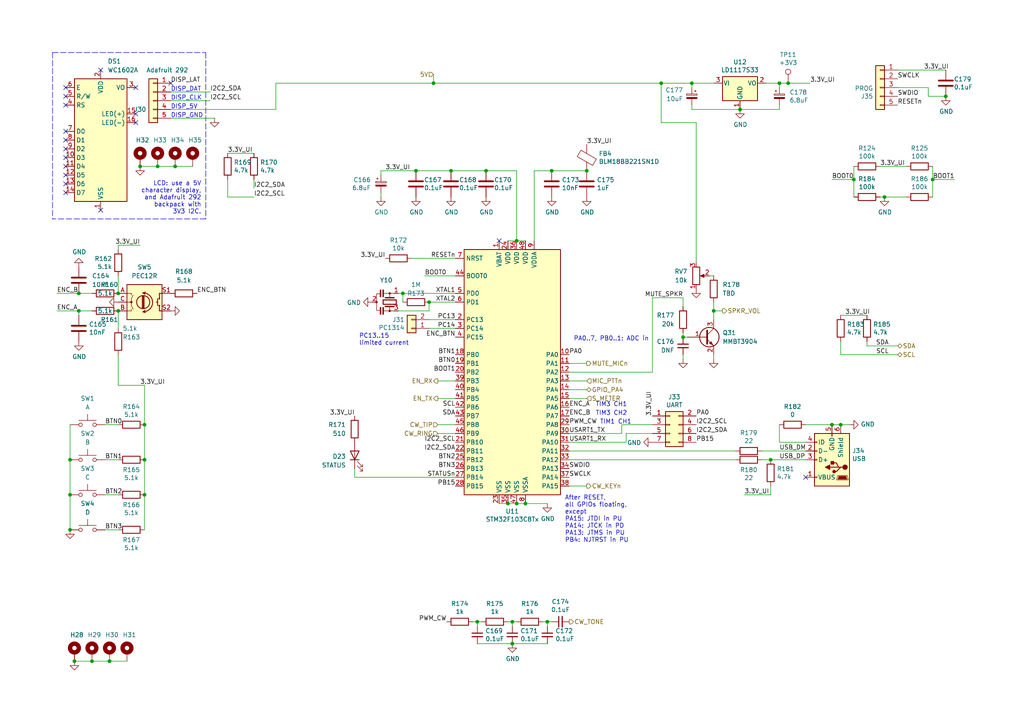
<source format=kicad_sch>
(kicad_sch (version 20211123) (generator eeschema)
  (paper "A4")
  (title_block (title "DART-70 TRX") (date "2023-02-02") (rev "0") (company "HB9EGM") (comment 1 "A 4m Band SSB/CW Transceiver") (comment 2 "User interface"))
  (junction (at 247.65 52.07))
  (junction (at 34.29 85.09))
  (junction (at 207.01 90.17))
  (junction (at 125.73 24.13))
  (junction (at 223.52 133.35))
  (junction (at 200.66 24.13))
  (junction (at 149.86 69.85))
  (junction (at 20.32 143.51))
  (junction (at 243.84 123.19))
  (junction (at 124.46 87.63))
  (junction (at 191.77 24.13))
  (junction (at 130.81 49.53))
  (junction (at 22.86 85.09))
  (junction (at 40.64 48.26))
  (junction (at 31.75 191.77))
  (junction (at 20.32 133.35))
  (junction (at 256.54 57.15))
  (junction (at 149.86 146.05))
  (junction (at 147.32 146.05))
  (junction (at 120.65 49.53))
  (junction (at 160.02 49.53))
  (junction (at 148.59 186.69))
  (junction (at 138.43 180.34))
  (junction (at 22.86 90.17))
  (junction (at 158.75 180.34))
  (junction (at 116.84 85.09))
  (junction (at 226.06 24.13))
  (junction (at 241.3 123.19))
  (junction (at 26.67 191.77))
  (junction (at 140.97 49.53))
  (junction (at 41.91 133.35))
  (junction (at 270.51 52.07))
  (junction (at 148.59 180.34))
  (junction (at 41.91 143.51))
  (junction (at 152.4 146.05))
  (junction (at 50.8 48.26))
  (junction (at 20.32 153.67))
  (junction (at 198.12 97.79))
  (junction (at 34.29 90.17))
  (junction (at 21.59 191.77))
  (junction (at 214.63 31.75))
  (junction (at 41.91 123.19))
  (junction (at 45.72 48.26))
  (junction (at 170.18 49.53))
  (junction (at 274.32 27.94))
  (junction (at 228.6 24.13))
  (no_connect (at 19.05 30.48))
  (no_connect (at 19.05 25.4))
  (no_connect (at 39.37 33.02))
  (no_connect (at 233.68 138.43))
  (no_connect (at 19.05 45.72))
  (no_connect (at 19.05 40.64))
  (no_connect (at 39.37 35.56))
  (no_connect (at 29.21 20.32))
  (no_connect (at 19.05 38.1))
  (no_connect (at 19.05 53.34))
  (no_connect (at 19.05 43.18))
  (no_connect (at 29.21 60.96))
  (no_connect (at 19.05 48.26))
  (no_connect (at 19.05 55.88))
  (no_connect (at 144.78 69.85))
  (no_connect (at 19.05 27.94))
  (no_connect (at 49.53 24.13))
  (no_connect (at 39.37 25.4))
  (no_connect (at 19.05 50.8))
  (wire (pts (xy 165.1 133.35) (xy 213.36 133.35)))
  (wire (pts (xy 49.53 26.67) (xy 60.96 26.67)))
  (wire (pts (xy 34.29 71.12) (xy 40.64 71.12)))
  (wire (pts (xy 34.29 95.25) (xy 34.29 90.17)))
  (wire (pts (xy 222.25 24.13) (xy 226.06 24.13)))
  (wire (pts (xy 119.38 74.93) (xy 132.08 74.93)))
  (wire (pts (xy 200.66 31.75) (xy 214.63 31.75)))
  (wire (pts (xy 34.29 102.87) (xy 34.29 111.76)))
  (wire (pts (xy 170.18 140.97) (xy 165.1 140.97)))
  (wire (pts (xy 189.23 86.36) (xy 198.12 86.36)))
  (wire (pts (xy 22.86 91.44) (xy 22.86 90.17)))
  (wire (pts (xy 34.29 133.35) (xy 30.48 133.35)))
  (wire (pts (xy 165.1 130.81) (xy 213.36 130.81)))
  (wire (pts (xy 207.01 87.63) (xy 207.01 90.17)))
  (wire (pts (xy 251.46 100.33) (xy 260.35 100.33)))
  (wire (pts (xy 127 115.57) (xy 132.08 115.57)))
  (wire (pts (xy 127 125.73) (xy 132.08 125.73)))
  (wire (pts (xy 191.77 35.56) (xy 191.77 24.13)))
  (wire (pts (xy 21.59 191.77) (xy 26.67 191.77)))
  (wire (pts (xy 110.49 55.88) (xy 110.49 57.15)))
  (wire (pts (xy 270.51 52.07) (xy 276.86 52.07)))
  (wire (pts (xy 207.01 90.17) (xy 209.55 90.17)))
  (wire (pts (xy 243.84 102.87) (xy 243.84 99.06)))
  (wire (pts (xy 130.81 49.53) (xy 140.97 49.53)))
  (wire (pts (xy 260.35 20.32) (xy 274.32 20.32)))
  (wire (pts (xy 189.23 125.73) (xy 181.61 125.73)))
  (wire (pts (xy 160.02 49.53) (xy 154.94 49.53)))
  (wire (pts (xy 269.24 25.4) (xy 269.24 27.94)))
  (wire (pts (xy 138.43 180.34) (xy 138.43 181.61)))
  (wire (pts (xy 223.52 133.35) (xy 233.68 133.35)))
  (wire (pts (xy 34.29 123.19) (xy 30.48 123.19)))
  (wire (pts (xy 127 123.19) (xy 132.08 123.19)))
  (wire (pts (xy 228.6 24.13) (xy 234.95 24.13)))
  (wire (pts (xy 243.84 91.44) (xy 251.46 91.44)))
  (polyline (pts (xy 59.69 15.24) (xy 59.69 63.5)))
  (wire (pts (xy 80.01 31.75) (xy 80.01 24.13)))
  (wire (pts (xy 120.65 49.53) (xy 130.81 49.53)))
  (wire (pts (xy 247.65 52.07) (xy 247.65 57.15)))
  (wire (pts (xy 110.49 49.53) (xy 120.65 49.53)))
  (wire (pts (xy 50.8 48.26) (xy 55.88 48.26)))
  (wire (pts (xy 200.66 24.13) (xy 200.66 25.4)))
  (wire (pts (xy 158.75 181.61) (xy 158.75 180.34)))
  (wire (pts (xy 270.51 52.07) (xy 270.51 57.15)))
  (wire (pts (xy 66.04 44.45) (xy 73.66 44.45)))
  (wire (pts (xy 102.87 135.89) (xy 102.87 138.43)))
  (wire (pts (xy 148.59 186.69) (xy 158.75 186.69)))
  (wire (pts (xy 40.64 48.26) (xy 45.72 48.26)))
  (polyline (pts (xy 15.24 15.24) (xy 59.69 15.24)))
  (wire (pts (xy 158.75 180.34) (xy 160.02 180.34)))
  (wire (pts (xy 160.02 49.53) (xy 170.18 49.53)))
  (wire (pts (xy 34.29 80.01) (xy 34.29 85.09)))
  (wire (pts (xy 34.29 72.39) (xy 34.29 71.12)))
  (wire (pts (xy 124.46 92.71) (xy 132.08 92.71)))
  (wire (pts (xy 20.32 123.19) (xy 20.32 133.35)))
  (wire (pts (xy 260.35 25.4) (xy 269.24 25.4)))
  (wire (pts (xy 165.1 128.27) (xy 181.61 128.27)))
  (wire (pts (xy 201.93 76.2) (xy 201.93 35.56)))
  (wire (pts (xy 165.1 113.03) (xy 170.18 113.03)))
  (wire (pts (xy 226.06 24.13) (xy 228.6 24.13)))
  (wire (pts (xy 41.91 111.76) (xy 41.91 123.19)))
  (wire (pts (xy 34.29 143.51) (xy 30.48 143.51)))
  (wire (pts (xy 247.65 48.26) (xy 247.65 52.07)))
  (wire (pts (xy 200.66 30.48) (xy 200.66 31.75)))
  (wire (pts (xy 110.49 49.53) (xy 110.49 50.8)))
  (wire (pts (xy 226.06 128.27) (xy 233.68 128.27)))
  (wire (pts (xy 269.24 27.94) (xy 274.32 27.94)))
  (wire (pts (xy 256.54 57.15) (xy 262.89 57.15)))
  (wire (pts (xy 34.29 153.67) (xy 30.48 153.67)))
  (wire (pts (xy 124.46 90.17) (xy 124.46 87.63)))
  (wire (pts (xy 66.04 57.15) (xy 66.04 52.07)))
  (wire (pts (xy 26.67 191.77) (xy 31.75 191.77)))
  (wire (pts (xy 215.9 143.51) (xy 223.52 143.51)))
  (polyline (pts (xy 15.24 15.24) (xy 15.24 63.5)))
  (wire (pts (xy 165.1 125.73) (xy 180.34 125.73)))
  (wire (pts (xy 137.16 180.34) (xy 138.43 180.34)))
  (wire (pts (xy 243.84 102.87) (xy 260.35 102.87)))
  (wire (pts (xy 223.52 133.35) (xy 220.98 133.35)))
  (wire (pts (xy 140.97 49.53) (xy 149.86 49.53)))
  (wire (pts (xy 34.29 111.76) (xy 41.91 111.76)))
  (wire (pts (xy 157.48 180.34) (xy 158.75 180.34)))
  (wire (pts (xy 255.27 48.26) (xy 262.89 48.26)))
  (wire (pts (xy 147.32 146.05) (xy 144.78 146.05)))
  (wire (pts (xy 243.84 123.19) (xy 241.3 123.19)))
  (wire (pts (xy 270.51 48.26) (xy 270.51 52.07)))
  (wire (pts (xy 41.91 133.35) (xy 41.91 123.19)))
  (wire (pts (xy 255.27 57.15) (xy 256.54 57.15)))
  (wire (pts (xy 170.18 110.49) (xy 165.1 110.49)))
  (wire (pts (xy 125.73 21.59) (xy 125.73 24.13)))
  (wire (pts (xy 207.01 90.17) (xy 207.01 92.71)))
  (wire (pts (xy 49.53 31.75) (xy 80.01 31.75)))
  (wire (pts (xy 20.32 143.51) (xy 20.32 153.67)))
  (wire (pts (xy 73.66 57.15) (xy 66.04 57.15)))
  (wire (pts (xy 148.59 180.34) (xy 149.86 180.34)))
  (wire (pts (xy 22.86 85.09) (xy 26.67 85.09)))
  (wire (pts (xy 198.12 97.79) (xy 199.39 97.79)))
  (wire (pts (xy 124.46 87.63) (xy 132.08 87.63)))
  (wire (pts (xy 124.46 90.17) (xy 115.57 90.17)))
  (wire (pts (xy 102.87 138.43) (xy 132.08 138.43)))
  (wire (pts (xy 220.98 130.81) (xy 233.68 130.81)))
  (wire (pts (xy 149.86 69.85) (xy 147.32 69.85)))
  (wire (pts (xy 198.12 104.14) (xy 198.12 102.87)))
  (wire (pts (xy 45.72 48.26) (xy 50.8 48.26)))
  (wire (pts (xy 124.46 95.25) (xy 132.08 95.25)))
  (wire (pts (xy 116.84 87.63) (xy 116.84 85.09)))
  (wire (pts (xy 198.12 96.52) (xy 198.12 97.79)))
  (wire (pts (xy 152.4 146.05) (xy 149.86 146.05)))
  (wire (pts (xy 31.75 191.77) (xy 36.83 191.77)))
  (wire (pts (xy 149.86 49.53) (xy 149.86 69.85)))
  (wire (pts (xy 191.77 24.13) (xy 200.66 24.13)))
  (wire (pts (xy 181.61 125.73) (xy 181.61 128.27)))
  (wire (pts (xy 116.84 85.09) (xy 115.57 85.09)))
  (wire (pts (xy 152.4 69.85) (xy 149.86 69.85)))
  (wire (pts (xy 49.53 29.21) (xy 60.96 29.21)))
  (wire (pts (xy 170.18 115.57) (xy 165.1 115.57)))
  (wire (pts (xy 207.01 104.14) (xy 207.01 102.87)))
  (wire (pts (xy 22.86 85.09) (xy 16.51 85.09)))
  (wire (pts (xy 180.34 123.19) (xy 189.23 123.19)))
  (wire (pts (xy 201.93 35.56) (xy 191.77 35.56)))
  (wire (pts (xy 200.66 24.13) (xy 207.01 24.13)))
  (wire (pts (xy 73.66 54.61) (xy 73.66 52.07)))
  (wire (pts (xy 226.06 24.13) (xy 226.06 25.4)))
  (wire (pts (xy 214.63 31.75) (xy 226.06 31.75)))
  (wire (pts (xy 154.94 49.53) (xy 154.94 69.85)))
  (wire (pts (xy 26.67 90.17) (xy 22.86 90.17)))
  (wire (pts (xy 148.59 181.61) (xy 148.59 180.34)))
  (wire (pts (xy 147.32 180.34) (xy 148.59 180.34)))
  (wire (pts (xy 246.38 123.19) (xy 243.84 123.19)))
  (wire (pts (xy 49.53 34.29) (xy 62.23 34.29)))
  (wire (pts (xy 16.51 90.17) (xy 22.86 90.17)))
  (wire (pts (xy 132.08 85.09) (xy 116.84 85.09)))
  (wire (pts (xy 80.01 24.13) (xy 125.73 24.13)))
  (wire (pts (xy 138.43 186.69) (xy 148.59 186.69)))
  (wire (pts (xy 158.75 146.05) (xy 152.4 146.05)))
  (wire (pts (xy 170.18 105.41) (xy 165.1 105.41)))
  (wire (pts (xy 125.73 24.13) (xy 191.77 24.13)))
  (wire (pts (xy 226.06 123.19) (xy 226.06 128.27)))
  (wire (pts (xy 138.43 180.34) (xy 139.7 180.34)))
  (wire (pts (xy 180.34 125.73) (xy 180.34 123.19)))
  (wire (pts (xy 127 110.49) (xy 132.08 110.49)))
  (polyline (pts (xy 59.69 63.5) (xy 15.24 63.5)))
  (wire (pts (xy 223.52 143.51) (xy 223.52 140.97)))
  (wire (pts (xy 198.12 86.36) (xy 198.12 88.9)))
  (wire (pts (xy 41.91 153.67) (xy 41.91 143.51)))
  (wire (pts (xy 123.19 80.01) (xy 132.08 80.01)))
  (wire (pts (xy 41.91 143.51) (xy 41.91 133.35)))
  (wire (pts (xy 251.46 100.33) (xy 251.46 99.06)))
  (wire (pts (xy 165.1 107.95) (xy 189.23 107.95)))
  (wire (pts (xy 226.06 30.48) (xy 226.06 31.75)))
  (wire (pts (xy 189.23 107.95) (xy 189.23 86.36)))
  (wire (pts (xy 149.86 146.05) (xy 147.32 146.05)))
  (wire (pts (xy 241.3 123.19) (xy 233.68 123.19)))
  (wire (pts (xy 20.32 133.35) (xy 20.32 143.51)))
  (wire (pts (xy 241.3 52.07) (xy 247.65 52.07)))
  (wire (pts (xy 205.74 80.01) (xy 207.01 80.01)))
  (text "TODO\n\n\nDone\nReplace connector by footprints for buttons, encoder and display\nCheck how I finally did CW on Picardy 2020\nAdd cable between main board and control" (at 1.27 -15.24 0) (effects (font (size 3 3)) (justify left bottom)))
  (text "DISP_5V" (at 49.53 31.75 0) (effects (font (size 1.27 1.27)) (justify left bottom)))
  (text "DISP_GND" (at 49.53 34.29 0) (effects (font (size 1.27 1.27)) (justify left bottom)))
  (text "After RESET,\nall GPIOs floating,\nexcept\nPA15: JTDI in PU\nPA14: JTCK in PD\nPA13: JTMS in PU\nPB4: NJTRST in PU" (at 163.83 157.48 0) (effects (font (size 1.27 1.27)) (justify left bottom)))
  (text "TIM1 CH1" (at 173.99 123.19 0) (effects (font (size 1.27 1.27)) (justify left bottom)))
  (text "Comment from picardy:\n\nLow pass filter for CW sidetone,\nfinally unused. STATUS LED replaced\nby piezo buzzer instead." (at -53.34 -16.51 0) (effects (font (size 1.27 1.27)) (justify left bottom)))
  (text "TIM3 CH1" (at 172.72 118.11 0) (effects (font (size 1.27 1.27)) (justify left bottom)))
  (text "LCD: use a 5V\ncharacter display,\nand Adafruit 292\nbackpack with\n3V3 I2C.\n" (at 58.42 62.23 180) (effects (font (size 1.27 1.27)) (justify right bottom)))
  (text "TIM3 CH2" (at 172.72 120.65 0) (effects (font (size 1.27 1.27)) (justify left bottom)))
  (text "PC13..15\nlimited current" (at 104.14 100.33 0) (effects (font (size 1.27 1.27)) (justify left bottom)))
  (text "DISP_DAT" (at 49.53 26.67 0) (effects (font (size 1.27 1.27)) (justify left bottom)))
  (text "PA0..7, PB0..1: ADC in" (at 166.37 99.06 0) (effects (font (size 1.27 1.27)) (justify left bottom)))
  (text "DISP_CLK" (at 49.53 29.21 0) (effects (font (size 1.27 1.27)) (justify left bottom)))
  (label "USB_DP" (at 226.06 133.35 0))
  (label "USART1_RX" (at 165.1 128.27 0))
  (label "3.3V_UI" (at 215.9 143.51 0))
  (label "SDA" (at 132.08 120.65 180))
  (label "3.3V_UI" (at 189.23 120.65 90))
  (label "BTN1" (at 132.08 102.87 180))
  (label "PB15" (at 201.93 128.27 0))
  (label "3.3V_UI" (at 245.11 91.44 0))
  (label "I2C2_SDA" (at 73.66 54.61 0))
  (label "3.3V_UI" (at 40.64 71.12 180))
  (label "BOOT1" (at 276.86 52.07 180))
  (label "3.3V_UI" (at 267.97 20.32 0))
  (label "BTN2" (at 132.08 133.35 180))
  (label "I2C2_SDA" (at 201.93 125.73 0))
  (label "USB_DM" (at 226.06 130.81 0))
  (label "PB15" (at 132.08 140.97 180))
  (label "3.3V_UI" (at 170.18 41.91 0))
  (label "SWDIO" (at 165.1 135.89 0))
  (label "ENC_BTN" (at 132.08 97.79 180))
  (label "I2C2_SCL" (at 201.93 123.19 0))
  (label "SCL" (at 132.08 118.11 180))
  (label "XTAL2" (at 132.08 87.63 180))
  (label "ENC_B" (at 16.51 85.09 0))
  (label "I2C2_SCL" (at 73.66 57.15 0))
  (label "3.3V_UI" (at 40.64 111.76 0))
  (label "I2C2_SDA" (at 132.08 130.81 180))
  (label "SDA" (at 257.81 100.33 180))
  (label "3.3V_UI" (at 111.76 74.93 180))
  (label "BTN0" (at 132.08 105.41 180))
  (label "SCL" (at 257.81 102.87 180))
  (label "ENC_BTN" (at 57.15 85.09 0))
  (label "ENC_A" (at 165.1 118.11 0))
  (label "XTAL1" (at 132.08 85.09 180))
  (label "ENC_B" (at 165.1 120.65 0))
  (label "3.3V_UI" (at 111.76 49.53 0))
  (label "STATUSn" (at 132.08 138.43 180))
  (label "BTN2" (at 30.48 143.51 0))
  (label "RESETn" (at 260.35 30.48 0))
  (label "PWM_CW" (at 165.1 123.19 0))
  (label "3.3V_UI" (at 255.27 48.26 0))
  (label "BOOT0" (at 123.19 80.01 0))
  (label "DISP_LAT" (at 49.53 24.13 0))
  (label "PC14" (at 132.08 95.25 180))
  (label "3.3V_UI" (at 234.95 24.13 0))
  (label "PA0" (at 165.1 102.87 0))
  (label "SWCLK" (at 260.35 22.86 0))
  (label "PC13" (at 132.08 92.71 180))
  (label "SWCLK" (at 165.1 138.43 0))
  (label "MUTE_SPKR" (at 198.12 86.36 180))
  (label "BTN3" (at 30.48 153.67 0))
  (label "BTN0" (at 30.48 123.19 0))
  (label "BOOT1" (at 132.08 107.95 180))
  (label "I2C2_SCL" (at 60.96 29.21 0))
  (label "3.3V_UI" (at 102.87 120.65 180))
  (label "PWM_CW" (at 129.54 180.34 180))
  (label "3.3V_UI" (at 66.04 44.45 0))
  (label "SWDIO" (at 260.35 27.94 0))
  (label "USART1_TX" (at 165.1 125.73 0))
  (label "I2C2_SDA" (at 60.96 26.67 0))
  (label "RESETn" (at 132.08 74.93 180))
  (label "I2C2_SCL" (at 132.08 128.27 180))
  (label "PA0" (at 201.93 120.65 0))
  (label "BTN3" (at 132.08 135.89 180))
  (label "ENC_A" (at 16.51 90.17 0))
  (label "BTN1" (at 30.48 133.35 0))
  (label "BOOT0" (at 241.3 52.07 0))
  (hierarchical_label "SDA" (shape bidirectional) (at 260.35 100.33 0))
  (hierarchical_label "5V" (shape input) (at 125.73 21.59 180))
  (hierarchical_label "CW_RING" (shape input) (at 127 125.73 180))
  (hierarchical_label "MIC_PTTn" (shape input) (at 170.18 110.49 0))
  (hierarchical_label "SPKR_VOL" (shape output) (at 209.55 90.17 0))
  (hierarchical_label "SCL" (shape bidirectional) (at 260.35 102.87 0))
  (hierarchical_label "EN_TX" (shape output) (at 127 115.57 180))
  (hierarchical_label "CW_KEYn" (shape output) (at 170.18 140.97 0))
  (hierarchical_label "GPIO_PA4" (shape bidirectional) (at 170.18 113.03 0))
  (hierarchical_label "EN_RX" (shape output) (at 127 110.49 180))
  (hierarchical_label "CW_TIP" (shape input) (at 127 123.19 180))
  (hierarchical_label "S_METER" (shape input) (at 170.18 115.57 0))
  (hierarchical_label "CW_TONE" (shape output) (at 165.1 180.34 0))
  (hierarchical_label "MUTE_MICn" (shape output) (at 170.18 105.41 0))
  (symbol (lib_id "Device:R") (at 115.57 74.93 90) (unit 1)
    (property "Reference" "R172" (at 115.57 69.6722 90))
    (property "Value" "10k" (at 115.57 71.9836 90))
    (property "Footprint" "Resistor_SMD:R_0603_1608Metric_Pad0.98x0.95mm_HandSolder" (effects hide))
    (property "Need_order" "0" (effects hide))
  )
  (symbol (lib_id "Device:FerriteBead") (at 170.18 45.72 180) (unit 1)
    (property "Reference" "FB4" (at 173.6598 44.5516 0) (effects (justify right)))
    (property "Value" "BLM18BB221SN1D" (at 173.6598 46.863 0) (effects (justify right)))
    (property "Footprint" "Inductor_SMD:L_0603_1608Metric_Pad1.05x0.95mm_HandSolder" (effects hide))
    (property "MPN" "BLM18BB221SN1D" (effects hide))
    (property "Need_order" "0" (effects hide))
  )
  (symbol (lib_id "Device:R") (at 133.35 180.34 270) (unit 1)
    (property "Reference" "R174" (at 133.35 175.0822 90))
    (property "Value" "1k" (at 133.35 177.3936 90))
    (property "Footprint" "Resistor_SMD:R_0603_1608Metric_Pad0.98x0.95mm_HandSolder" (effects hide))
    (property "Need_order" "0" (effects hide))
  )
  (symbol (lib_id "Device:C_Small") (at 148.59 184.15 0) (unit 1)
    (property "Reference" "C171" (at 150.9268 182.9816 0) (effects (justify left)))
    (property "Value" "0.1uF" (at 150.9268 185.293 0) (effects (justify left)))
    (property "Footprint" "Capacitor_SMD:C_0603_1608Metric_Pad1.08x0.95mm_HandSolder" (effects hide))
    (property "MPN" "GRM188R71H104KA93D" (effects hide))
    (property "Need_order" "0" (effects hide))
  )
  (symbol (lib_id "Device:R") (at 143.51 180.34 270) (unit 1)
    (property "Reference" "R175" (at 143.51 175.0822 90))
    (property "Value" "1k" (at 143.51 177.3936 90))
    (property "Footprint" "Resistor_SMD:R_0603_1608Metric_Pad0.98x0.95mm_HandSolder" (effects hide))
    (property "Need_order" "0" (effects hide))
  )
  (symbol (lib_id "Device:C_Small") (at 138.43 184.15 0) (unit 1)
    (property "Reference" "C169" (at 140.7668 182.9816 0) (effects (justify left)))
    (property "Value" "0.1uF" (at 140.7668 185.293 0) (effects (justify left)))
    (property "Footprint" "Capacitor_SMD:C_0603_1608Metric_Pad1.08x0.95mm_HandSolder" (effects hide))
    (property "MPN" "GRM188R71H104KA93D" (effects hide))
    (property "Need_order" "0" (effects hide))
  )
  (symbol (lib_id "Device:C_Small") (at 158.75 184.15 0) (unit 1)
    (property "Reference" "C172" (at 161.0868 182.9816 0) (effects (justify left)))
    (property "Value" "0.1uF" (at 161.0868 185.293 0) (effects (justify left)))
    (property "Footprint" "Capacitor_SMD:C_0603_1608Metric_Pad1.08x0.95mm_HandSolder" (effects hide))
    (property "MPN" "GRM188R71H104KA93D" (effects hide))
    (property "Need_order" "0" (effects hide))
  )
  (symbol (lib_id "Device:R") (at 153.67 180.34 270) (unit 1)
    (property "Reference" "R176" (at 153.67 175.0822 90))
    (property "Value" "1k" (at 153.67 177.3936 90))
    (property "Footprint" "Resistor_SMD:R_0603_1608Metric_Pad0.98x0.95mm_HandSolder" (effects hide))
    (property "Need_order" "0" (effects hide))
  )
  (symbol (lib_id "Device:C_Small") (at 162.56 180.34 90) (unit 1)
    (property "Reference" "C174" (at 162.56 174.5234 90))
    (property "Value" "0.1uF" (at 162.56 176.8348 90))
    (property "Footprint" "Capacitor_SMD:C_0603_1608Metric_Pad1.08x0.95mm_HandSolder" (effects hide))
    (property "MPN" "GRM188R71H104KA93D" (effects hide))
    (property "Need_order" "0" (effects hide))
  )
  (symbol (lib_id "power:GND") (at 148.59 186.69 0) (unit 1)
    (property "Reference" "#PWR0222" (effects hide))
    (property "Value" "GND" (at 148.717 191.0842 0))
  )
  (symbol (lib_id "Device:R") (at 243.84 95.25 0) (unit 1)
    (property "Reference" "R183" (at 245.618 94.0816 0) (effects (justify left)))
    (property "Value" "4.7k" (at 245.618 96.393 0) (effects (justify left)))
    (property "Footprint" "Resistor_SMD:R_0603_1608Metric_Pad0.98x0.95mm_HandSolder" (effects hide))
    (property "Need_order" "0" (effects hide))
  )
  (symbol (lib_id "Device:R") (at 251.46 95.25 0) (unit 1)
    (property "Reference" "R185" (at 253.238 94.0816 0) (effects (justify left)))
    (property "Value" "4.7k" (at 253.238 96.393 0) (effects (justify left)))
    (property "Footprint" "Resistor_SMD:R_0603_1608Metric_Pad0.98x0.95mm_HandSolder" (effects hide))
    (property "Need_order" "0" (effects hide))
  )
  (symbol (lib_id "Device:R") (at 38.1 153.67 90) (unit 1)
    (property "Reference" "R167" (at 38.1 156.591 90))
    (property "Value" "5.1k" (at 38.1 158.9024 90))
    (property "Footprint" "Resistor_SMD:R_0603_1608Metric_Pad0.98x0.95mm_HandSolder" (effects hide))
    (property "Need_order" "0" (effects hide))
  )
  (symbol (lib_id "Device:R") (at 38.1 123.19 90) (unit 1)
    (property "Reference" "R164" (at 38.1 117.9322 90))
    (property "Value" "5.1k" (at 38.1 120.2436 90))
    (property "Footprint" "Resistor_SMD:R_0603_1608Metric_Pad0.98x0.95mm_HandSolder" (effects hide))
    (property "Need_order" "0" (effects hide))
  )
  (symbol (lib_id "MCU_ST_STM32F1:STM32F103C8Tx") (at 149.86 107.95 0) (unit 1)
    (property "Reference" "U11" (at 148.59 148.3106 0))
    (property "Value" "STM32F103C8Tx" (at 148.59 150.622 0))
    (property "Footprint" "Package_QFP:LQFP-48_7x7mm_P0.5mm" (effects hide))
    (property "Datasheet" "http://www.st.com/st-web-ui/static/active/en/resource/technical/document/datasheet/CD00161566.pdf" (effects hide))
    (property "MPN" "STM32F103C8T6" (effects hide))
    (property "Need_order" "0" (effects hide))
  )
  (symbol (lib_id "Device:R") (at 251.46 57.15 270) (unit 1)
    (property "Reference" "R184" (at 251.46 51.8922 90))
    (property "Value" "100k" (at 251.46 54.2036 90))
    (property "Footprint" "Resistor_SMD:R_0603_1608Metric_Pad0.98x0.95mm_HandSolder" (effects hide))
    (property "Need_order" "0" (effects hide))
  )
  (symbol (lib_id "Device:R") (at 217.17 130.81 270) (unit 1)
    (property "Reference" "R179" (at 217.17 125.5522 90))
    (property "Value" "22" (at 217.17 127.8636 90))
    (property "Footprint" "Resistor_SMD:R_0603_1608Metric_Pad0.98x0.95mm_HandSolder" (effects hide))
    (property "Need_order" "0" (effects hide))
  )
  (symbol (lib_id "Device:R") (at 217.17 133.35 270) (unit 1)
    (property "Reference" "R180" (at 217.17 136.271 90))
    (property "Value" "22" (at 217.17 138.5824 90))
    (property "Footprint" "Resistor_SMD:R_0603_1608Metric_Pad0.98x0.95mm_HandSolder" (effects hide))
    (property "Need_order" "0" (effects hide))
  )
  (symbol (lib_id "Device:R") (at 223.52 137.16 180) (unit 1)
    (property "Reference" "R181" (at 225.298 135.9916 0) (effects (justify right)))
    (property "Value" "4.7k" (at 225.298 138.303 0) (effects (justify right)))
    (property "Footprint" "Resistor_SMD:R_0603_1608Metric_Pad0.98x0.95mm_HandSolder" (effects hide))
    (property "Need_order" "0" (effects hide))
  )
  (symbol (lib_id "power:GND") (at 140.97 57.15 0) (unit 1)
    (property "Reference" "#PWR0221" (effects hide))
    (property "Value" "GND" (at 141.097 61.5442 0))
  )
  (symbol (lib_id "power:GND") (at 130.81 57.15 0) (unit 1)
    (property "Reference" "#PWR0219" (effects hide))
    (property "Value" "GND" (at 130.937 61.5442 0))
  )
  (symbol (lib_id "power:GND") (at 120.65 57.15 0) (unit 1)
    (property "Reference" "#PWR0218" (effects hide))
    (property "Value" "GND" (at 120.777 61.5442 0))
  )
  (symbol (lib_id "Device:C_Polarized_Small") (at 110.49 53.34 0) (unit 1)
    (property "Reference" "C166" (at 107.5944 52.1716 0) (effects (justify right)))
    (property "Value" "6.8uF" (at 107.5944 54.483 0) (effects (justify right)))
    (property "Footprint" "Capacitor_SMD:C_1210_3225Metric_Pad1.33x2.70mm_HandSolder" (effects hide))
    (property "MPN" "stash tantalum" (effects hide))
    (property "Need_order" "0" (effects hide))
  )
  (symbol (lib_id "power:GND") (at 110.49 57.15 0) (unit 1)
    (property "Reference" "#PWR0217" (effects hide))
    (property "Value" "GND" (at 110.617 61.5442 0))
  )
  (symbol (lib_id "Device:C") (at 120.65 53.34 0) (unit 1)
    (property "Reference" "C167" (at 122.9868 52.1716 0) (effects (justify left)))
    (property "Value" "0.1uF" (at 122.9868 54.483 0) (effects (justify left)))
    (property "Footprint" "Capacitor_SMD:C_0603_1608Metric_Pad1.08x0.95mm_HandSolder" (effects hide))
    (property "MPN" "GRM188R71H104KA93D" (effects hide))
    (property "Need_order" "0" (effects hide))
  )
  (symbol (lib_id "Device:C") (at 130.81 53.34 0) (unit 1)
    (property "Reference" "C168" (at 133.1468 52.1716 0) (effects (justify left)))
    (property "Value" "0.1uF" (at 133.1468 54.483 0) (effects (justify left)))
    (property "Footprint" "Capacitor_SMD:C_0603_1608Metric_Pad1.08x0.95mm_HandSolder" (effects hide))
    (property "MPN" "GRM188R71H104KA93D" (effects hide))
    (property "Need_order" "0" (effects hide))
  )
  (symbol (lib_id "Device:C") (at 140.97 53.34 0) (unit 1)
    (property "Reference" "C170" (at 143.3068 52.1716 0) (effects (justify left)))
    (property "Value" "0.1uF" (at 143.3068 54.483 0) (effects (justify left)))
    (property "Footprint" "Capacitor_SMD:C_0603_1608Metric_Pad1.08x0.95mm_HandSolder" (effects hide))
    (property "MPN" "GRM188R71H104KA93D" (effects hide))
    (property "Need_order" "0" (effects hide))
  )
  (symbol (lib_id "Device:C") (at 160.02 53.34 180) (unit 1)
    (property "Reference" "C173" (at 162.941 52.1716 0) (effects (justify right)))
    (property "Value" "10nF" (at 162.941 54.483 0) (effects (justify right)))
    (property "Footprint" "Capacitor_SMD:C_0805_2012Metric_Pad1.18x1.45mm_HandSolder" (effects hide))
    (property "MPN" "VJ0805A103KXJTBC" (effects hide))
    (property "Need_order" "0" (effects hide))
  )
  (symbol (lib_id "power:GND") (at 160.02 57.15 0) (unit 1)
    (property "Reference" "#PWR0224" (effects hide))
    (property "Value" "GND" (at 160.147 61.5442 0))
  )
  (symbol (lib_id "power:GND") (at 170.18 57.15 0) (unit 1)
    (property "Reference" "#PWR0225" (effects hide))
    (property "Value" "GND" (at 170.307 61.5442 0))
  )
  (symbol (lib_id "power:GND") (at 158.75 146.05 0) (unit 1)
    (property "Reference" "#PWR0223" (effects hide))
    (property "Value" "GND" (at 158.877 150.4442 0))
  )
  (symbol (lib_id "Connector:USB_B_Micro") (at 241.3 133.35 180) (unit 1)
    (property "Reference" "J34" (at 247.142 130.7338 0) (effects (justify right)))
    (property "Value" "USB" (at 247.142 133.0452 0) (effects (justify right)))
    (property "Footprint" "Connector_USB:USB_Micro-B_Molex-105017-0001" (effects hide))
    (property "MPN" "Molex 104017-0001" (effects hide))
    (property "Need_order" "0" (effects hide))
  )
  (symbol (lib_id "power:GND") (at 246.38 123.19 90) (unit 1)
    (property "Reference" "#PWR0231" (effects hide))
    (property "Value" "GND" (at 249.6312 123.063 90) (effects (justify right)))
  )
  (symbol (lib_id "Connector_Generic:Conn_01x05") (at 255.27 25.4 0) (mirror y) (unit 1)
    (property "Reference" "J35" (at 253.2634 27.94 0) (effects (justify left)))
    (property "Value" "PROG" (at 253.2634 25.6286 0) (effects (justify left)))
    (property "Footprint" "Connector_PinHeader_2.54mm:PinHeader_1x05_P2.54mm_Vertical" (effects hide))
    (property "Need_order" "0" (effects hide))
  )
  (symbol (lib_id "Device:C") (at 274.32 24.13 0) (unit 1)
    (property "Reference" "C179" (at 276.6568 22.9616 0) (effects (justify left)))
    (property "Value" "0.1uF" (at 276.6568 25.273 0) (effects (justify left)))
    (property "Footprint" "Capacitor_SMD:C_0603_1608Metric_Pad1.08x0.95mm_HandSolder" (effects hide))
    (property "MPN" "GRM188R71H104KA93D" (effects hide))
    (property "Need_order" "0" (effects hide))
  )
  (symbol (lib_id "power:GND") (at 274.32 27.94 0) (unit 1)
    (property "Reference" "#PWR0233" (effects hide))
    (property "Value" "GND" (at 274.447 32.3342 0))
  )
  (symbol (lib_id "Device:R") (at 266.7 57.15 90) (unit 1)
    (property "Reference" "R186" (at 266.7 51.8922 90))
    (property "Value" "100k" (at 266.7 54.2036 90))
    (property "Footprint" "Resistor_SMD:R_0603_1608Metric_Pad0.98x0.95mm_HandSolder" (effects hide))
    (property "Need_order" "0" (effects hide))
  )
  (symbol (lib_id "power:GND") (at 256.54 57.15 0) (unit 1)
    (property "Reference" "#PWR0232" (effects hide))
    (property "Value" "GND" (at 256.667 61.5442 0))
  )
  (symbol (lib_id "Connector_Generic:Conn_01x02") (at 119.38 95.25 180) (unit 1)
    (property "Reference" "J31" (at 117.3734 92.71 0) (effects (justify left)))
    (property "Value" "PC1314" (at 117.3734 95.0214 0) (effects (justify left)))
    (property "Footprint" "Connector_PinHeader_2.54mm:PinHeader_1x02_P2.54mm_Vertical" (effects hide))
    (property "Need_order" "0" (effects hide))
  )
  (symbol (lib_id "Device:R") (at 66.04 48.26 0) (unit 1)
    (property "Reference" "R169" (at 67.818 47.0916 0) (effects (justify left)))
    (property "Value" "4.7k" (at 67.818 49.403 0) (effects (justify left)))
    (property "Footprint" "Resistor_SMD:R_0603_1608Metric_Pad0.98x0.95mm_HandSolder" (effects hide))
    (property "Need_order" "0" (effects hide))
  )
  (symbol (lib_id "Device:R") (at 73.66 48.26 0) (unit 1)
    (property "Reference" "R170" (at 75.438 47.0916 0) (effects (justify left)))
    (property "Value" "4.7k" (at 75.438 49.403 0) (effects (justify left)))
    (property "Footprint" "Resistor_SMD:R_0603_1608Metric_Pad0.98x0.95mm_HandSolder" (effects hide))
    (property "Need_order" "0" (effects hide))
  )
  (symbol (lib_id "Connector_Generic:Conn_02x04_Odd_Even") (at 194.31 123.19 0) (unit 1)
    (property "Reference" "J33" (at 195.58 115.1382 0))
    (property "Value" "UART" (at 195.58 117.4496 0))
    (property "Footprint" "Connector_PinHeader_2.54mm:PinHeader_2x04_P2.54mm_Vertical_SMD" (effects hide))
    (property "Need_order" "0" (effects hide))
  )
  (symbol (lib_id "power:GND") (at 189.23 128.27 270) (unit 1)
    (property "Reference" "#PWR0226" (effects hide))
    (property "Value" "GND" (at 185.9788 128.397 90) (effects (justify right)))
  )
  (symbol (lib_id "Device:R") (at 53.34 85.09 90) (unit 1)
    (property "Reference" "R168" (at 53.34 78.74 90))
    (property "Value" "5.1k" (at 53.34 81.28 90))
    (property "Footprint" "Resistor_SMD:R_0603_1608Metric_Pad0.98x0.95mm_HandSolder" (effects hide))
    (property "Need_order" "0" (effects hide))
  )
  (symbol (lib_id "Device:C") (at 170.18 53.34 180) (unit 1)
    (property "Reference" "C175" (at 173.101 52.1716 0) (effects (justify right)))
    (property "Value" "1uF" (at 173.101 54.483 0) (effects (justify right)))
    (property "Footprint" "Capacitor_SMD:C_0805_2012Metric_Pad1.18x1.45mm_HandSolder" (effects hide))
    (property "MPN" "08055C105JAT2A" (effects hide))
    (property "Need_order" "0" (effects hide))
  )
  (symbol (lib_id "mpb:CSTNE16M0V530000R0") (at 113.03 87.63 270) (unit 1)
    (property "Reference" "Y10" (at 112.0267 81.28 90))
    (property "Value" "CSTNE16M0V530000R0" (effects hide))
    (property "Footprint" "Crystal:Resonator_SMD_Murata_CSTxExxV-3Pin_3.0x1.1mm_HandSoldering" (effects hide))
    (property "Need_order" "0" (effects hide))
    (property "MPN" "CSTNE16M0V530000R" (effects hide))
  )
  (symbol (lib_id "power:GND") (at 107.95 87.63 270) (unit 1)
    (property "Reference" "#PWR0216" (effects hide))
    (property "Value" "GND" (at 104.6988 87.757 90) (effects (justify right)))
  )
  (symbol (lib_id "Device:R") (at 120.65 87.63 90) (unit 1)
    (property "Reference" "R173" (at 120.65 85.09 90))
    (property "Value" "1M" (at 120.65 82.55 90))
    (property "Footprint" "Resistor_SMD:R_0603_1608Metric_Pad0.98x0.95mm_HandSolder" (effects hide))
    (property "Need_order" "0" (effects hide))
  )
  (symbol (lib_id "Device:LED") (at 102.87 132.08 90) (unit 1)
    (property "Reference" "D23" (at 100.33 132.3974 90) (effects (justify left)))
    (property "Value" "STATUS" (at 100.33 134.9374 90) (effects (justify left)))
    (property "Footprint" "LED_THT:LED_D5.0mm" (effects hide))
    (property "Need_order" "0" (effects hide))
  )
  (symbol (lib_id "Device:R") (at 102.87 124.46 0) (unit 1)
    (property "Reference" "R171" (at 100.33 123.1899 0) (effects (justify right)))
    (property "Value" "510" (at 100.33 125.7299 0) (effects (justify right)))
    (property "Footprint" "Resistor_SMD:R_0603_1608Metric_Pad0.98x0.95mm_HandSolder" (effects hide))
    (property "Need_order" "0" (effects hide))
  )
  (symbol (lib_id "Device:R") (at 229.87 123.19 270) (unit 1)
    (property "Reference" "R182" (at 229.87 117.9322 90))
    (property "Value" "0" (at 229.87 120.2436 90))
    (property "Footprint" "Resistor_SMD:R_0603_1608Metric_Pad0.98x0.95mm_HandSolder" (effects hide))
    (property "Need_order" "0" (effects hide))
  )
  (symbol (lib_id "Mechanical:MountingHole_Pad") (at 40.64 45.72 0) (unit 1)
    (property "Reference" "H32" (at 39.37 40.64 0) (effects (justify left)))
    (property "Value" "M3" (effects hide))
    (property "Footprint" "MountingHole:MountingHole_3.2mm_M3_DIN965_Pad" (effects hide))
    (property "Need_order" "0" (effects hide))
  )
  (symbol (lib_id "power:GND") (at 34.29 87.63 270) (unit 1)
    (property "Reference" "#PWR0212" (effects hide))
    (property "Value" "GND" (effects hide))
  )
  (symbol (lib_id "Regulator_Linear:LD1117S33TR_SOT223") (at 214.63 24.13 0) (unit 1)
    (property "Reference" "U12" (at 214.63 17.9832 0))
    (property "Value" "LD1117S33" (at 214.63 20.2946 0))
    (property "Footprint" "Package_TO_SOT_SMD:SOT-223-3_TabPin2" (effects hide))
    (property "Datasheet" "http://www.st.com/st-web-ui/static/active/en/resource/technical/document/datasheet/CD00000544.pdf" (effects hide))
    (property "Need_order" "0" (effects hide))
    (property "MPN" "LD1117S33CTR" (effects hide))
  )
  (symbol (lib_id "Mechanical:MountingHole_Pad") (at 36.83 189.23 0) (unit 1)
    (property "Reference" "H31" (at 35.56 184.15 0) (effects (justify left)))
    (property "Value" "M3" (effects hide))
    (property "Footprint" "MountingHole:MountingHole_3.2mm_M3_DIN965_Pad" (effects hide))
    (property "Need_order" "0" (effects hide))
  )
  (symbol (lib_id "power:GND") (at 22.86 99.06 0) (unit 1)
    (property "Reference" "#PWR0211" (effects hide))
    (property "Value" "GND" (at 22.987 103.4542 0))
  )
  (symbol (lib_id "Device:RotaryEncoder_Switch") (at 41.91 87.63 0) (unit 1)
    (property "Reference" "SW5" (at 41.91 77.47 0))
    (property "Value" "PEC12R" (at 41.91 80.01 0))
    (property "Footprint" "Rotary_Encoder:RotaryEncoder_Bourns_Vertical_PEC12R-3xxxF-Sxxxx" (effects hide))
    (property "MPN" "PEC12R-4022F-S0024 " (effects hide))
  )
  (symbol (lib_id "Device:R") (at 207.01 83.82 180) (unit 1)
    (property "Reference" "R178" (at 209.55 82.5499 0) (effects (justify right)))
    (property "Value" "TBD" (at 209.55 85.0899 0) (effects (justify right)))
    (property "Footprint" "Resistor_SMD:R_0603_1608Metric_Pad0.98x0.95mm_HandSolder" (effects hide))
  )
  (symbol (lib_id "power:GND") (at 198.12 104.14 0) (unit 1)
    (property "Reference" "#PWR0227" (effects hide))
    (property "Value" "GND" (effects hide))
  )
  (symbol (lib_id "Display_Character:WC1602A") (at 29.21 40.64 0) (unit 1)
    (property "Reference" "DS1" (at 31.2294 17.78 0) (effects (justify left)))
    (property "Value" "WC1602A" (at 31.2294 20.32 0) (effects (justify left)))
    (property "Footprint" "Display:WC1602A" (effects hide))
    (property "Datasheet" "http://www.wincomlcd.com/pdf/WC1602A-SFYLYHTC06.pdf" (effects hide))
    (property "Need_order" "0" (effects hide))
  )
  (symbol (lib_id "Mechanical:MountingHole_Pad") (at 26.67 189.23 0) (unit 1)
    (property "Reference" "H29" (at 25.4 184.15 0) (effects (justify left)))
    (property "Value" "M3" (effects hide))
    (property "Footprint" "MountingHole:MountingHole_3.2mm_M3_DIN965_Pad" (effects hide))
    (property "Need_order" "0" (effects hide))
  )
  (symbol (lib_id "power:GND") (at 22.86 77.47 0) (mirror x) (unit 1)
    (property "Reference" "#PWR0210" (effects hide))
    (property "Value" "GND" (at 22.987 73.0758 0))
  )
  (symbol (lib_id "power:GND") (at 201.93 83.82 0) (mirror y) (unit 1)
    (property "Reference" "#PWR0228" (effects hide))
    (property "Value" "GND" (effects hide))
  )
  (symbol (lib_id "Connector:TestPoint") (at 228.6 24.13 0) (unit 1)
    (property "Reference" "TP11" (at 228.6 15.875 0))
    (property "Value" "+3V3" (at 228.6 18.1864 0))
    (property "Footprint" "TestPoint:TestPoint_Pad_D1.5mm" (effects hide))
    (property "Need_order" "0" (effects hide))
  )
  (symbol (lib_id "Device:C") (at 22.86 95.25 0) (unit 1)
    (property "Reference" "C165" (at 25.781 94.0816 0) (effects (justify left)))
    (property "Value" "10nF" (at 25.781 96.393 0) (effects (justify left)))
    (property "Footprint" "Capacitor_SMD:C_0805_2012Metric_Pad1.18x1.45mm_HandSolder" (effects hide))
    (property "MPN" "VJ0805A103KXJTBC" (effects hide))
    (property "Need_order" "0" (effects hide))
  )
  (symbol (lib_id "Mechanical:MountingHole_Pad") (at 21.59 189.23 0) (unit 1)
    (property "Reference" "H28" (at 20.32 184.15 0) (effects (justify left)))
    (property "Value" "M3" (effects hide))
    (property "Footprint" "MountingHole:MountingHole_3.2mm_M3_DIN965_Pad" (effects hide))
    (property "Need_order" "0" (effects hide))
  )
  (symbol (lib_id "power:GND") (at 207.01 104.14 0) (unit 1)
    (property "Reference" "#PWR0229" (effects hide))
    (property "Value" "GND" (effects hide))
  )
  (symbol (lib_id "Switch:SW_Push") (at 25.4 123.19 0) (unit 1)
    (property "Reference" "SW1" (at 25.4 115.57 0))
    (property "Value" "A" (at 25.4 118.11 0))
    (property "Footprint" "Button_Switch_THT:SW_PUSH_6mm" (effects hide))
    (property "MPN" "FSM8JH" (effects hide))
    (property "Need_order" "0" (effects hide))
  )
  (symbol (lib_id "Device:C") (at 22.86 81.28 0) (mirror y) (unit 1)
    (property "Reference" "C164" (at 26.67 80.0099 0) (effects (justify right)))
    (property "Value" "10nF" (at 26.67 82.5499 0) (effects (justify right)))
    (property "Footprint" "Capacitor_SMD:C_0805_2012Metric_Pad1.18x1.45mm_HandSolder" (effects hide))
    (property "MPN" "VJ0805A103KXJTBC" (effects hide))
    (property "Need_order" "0" (effects hide))
  )
  (symbol (lib_id "Connector_Generic:Conn_01x05") (at 44.45 29.21 0) (mirror y) (unit 1)
    (property "Reference" "J30" (at 42.4434 31.75 0) (effects (justify left)))
    (property "Value" "Adafruit 292" (at 54.61 20.32 0) (effects (justify left)))
    (property "Footprint" "Connector_PinHeader_2.54mm:PinHeader_1x05_P2.54mm_Vertical" (effects hide))
    (property "Need_order" "0" (effects hide))
  )
  (symbol (lib_id "power:GND") (at 21.59 191.77 0) (unit 1)
    (property "Reference" "#PWR0209" (effects hide))
    (property "Value" "GND" (effects hide))
  )
  (symbol (lib_id "Device:R") (at 198.12 92.71 180) (unit 1)
    (property "Reference" "R177" (at 195.58 91.4399 0) (effects (justify left)))
    (property "Value" "20k" (at 195.58 93.9799 0) (effects (justify left)))
    (property "Footprint" "Resistor_SMD:R_0603_1608Metric_Pad0.98x0.95mm_HandSolder" (effects hide))
    (property "Need_order" "0" (effects hide))
  )
  (symbol (lib_id "Switch:SW_Push") (at 25.4 153.67 0) (unit 1)
    (property "Reference" "SW4" (at 25.4 146.05 0))
    (property "Value" "D" (at 25.4 148.59 0))
    (property "Footprint" "Button_Switch_THT:SW_PUSH_6mm" (effects hide))
    (property "MPN" "FSM8JH" (effects hide))
    (property "Need_order" "0" (effects hide))
  )
  (symbol (lib_id "power:GND") (at 214.63 31.75 0) (unit 1)
    (property "Reference" "#PWR0230" (effects hide))
    (property "Value" "GND" (at 214.757 36.1442 0))
  )
  (symbol (lib_id "Device:C_Polarized_Small") (at 200.66 27.94 0) (mirror y) (unit 1)
    (property "Reference" "C177" (at 198.12 26.1238 0) (effects (justify left)))
    (property "Value" "10uF" (at 198.12 28.6638 0) (effects (justify left)))
    (property "Footprint" "Capacitor_SMD:C_1210_3225Metric_Pad1.33x2.70mm_HandSolder" (effects hide))
    (property "MPN" "TAJA106K016RNJ" (effects hide))
    (property "Need_order" "0" (effects hide))
  )
  (symbol (lib_id "Device:R") (at 34.29 99.06 0) (unit 1)
    (property "Reference" "R163" (at 35.56 97.79 0) (effects (justify left)))
    (property "Value" "5.1k" (at 35.56 95.25 0) (effects (justify left)))
    (property "Footprint" "Resistor_SMD:R_0603_1608Metric_Pad0.98x0.95mm_HandSolder" (effects hide))
    (property "Need_order" "0" (effects hide))
  )
  (symbol (lib_id "Device:R") (at 266.7 48.26 90) (unit 1)
    (property "Reference" "R125" (at 266.7 43.0022 90))
    (property "Value" "100k" (at 266.7 45.3136 90))
    (property "Footprint" "Resistor_SMD:R_0603_1608Metric_Pad0.98x0.95mm_HandSolder" (effects hide))
    (property "Need_order" "0" (effects hide))
  )
  (symbol (lib_id "Device:R") (at 30.48 90.17 90) (unit 1)
    (property "Reference" "R161" (at 31.75 92.71 90))
    (property "Value" "5.1k" (at 30.48 90.17 90))
    (property "Footprint" "Resistor_SMD:R_0603_1608Metric_Pad0.98x0.95mm_HandSolder" (effects hide))
    (property "Need_order" "0" (effects hide))
  )
  (symbol (lib_id "Switch:SW_Push") (at 25.4 133.35 0) (unit 1)
    (property "Reference" "SW2" (at 25.4 125.73 0))
    (property "Value" "B" (at 25.4 128.27 0))
    (property "Footprint" "Button_Switch_THT:SW_PUSH_6mm" (effects hide))
    (property "MPN" "FSM8JH" (effects hide))
    (property "Need_order" "0" (effects hide))
  )
  (symbol (lib_id "Mechanical:MountingHole_Pad") (at 45.72 45.72 0) (unit 1)
    (property "Reference" "H33" (at 44.45 40.64 0) (effects (justify left)))
    (property "Value" "M3" (effects hide))
    (property "Footprint" "MountingHole:MountingHole_3.2mm_M3_DIN965_Pad" (effects hide))
    (property "Need_order" "0" (effects hide))
  )
  (symbol (lib_id "power:GND") (at 49.53 90.17 90) (unit 1)
    (property "Reference" "#PWR0214" (effects hide))
    (property "Value" "GND" (effects hide))
  )
  (symbol (lib_id "Transistor_BJT:MMBT3904") (at 204.47 97.79 0) (unit 1)
    (property "Reference" "Q31" (at 209.55 96.5199 0) (effects (justify left)))
    (property "Value" "MMBT3904" (at 209.55 99.0599 0) (effects (justify left)))
    (property "Footprint" "Package_TO_SOT_SMD:SOT-23" (effects hide))
    (property "Datasheet" "https://www.fairchildsemi.com/datasheets/2N/2N3904.pdf" (effects hide))
    (property "MPN" "MMBT3904,215" (effects hide))
    (property "Need_order" "0" (effects hide))
  )
  (symbol (lib_id "Device:C_Polarized_Small") (at 226.06 27.94 0) (unit 1)
    (property "Reference" "C178" (at 228.981 26.7716 0) (effects (justify left)))
    (property "Value" "6.8uF" (at 228.981 29.083 0) (effects (justify left)))
    (property "Footprint" "Capacitor_SMD:C_1210_3225Metric_Pad1.33x2.70mm_HandSolder" (effects hide))
    (property "MPN" "stash tantalum" (effects hide))
    (property "Need_order" "0" (effects hide))
  )
  (symbol (lib_id "power:GND") (at 62.23 34.29 0) (unit 1)
    (property "Reference" "#PWR0215" (effects hide))
    (property "Value" "GND" (effects hide))
  )
  (symbol (lib_id "Switch:SW_Push") (at 25.4 143.51 0) (unit 1)
    (property "Reference" "SW3" (at 25.4 135.89 0))
    (property "Value" "C" (at 25.4 138.43 0))
    (property "Footprint" "Button_Switch_THT:SW_PUSH_6mm" (effects hide))
    (property "MPN" "FSM8JH" (effects hide))
    (property "Need_order" "0" (effects hide))
  )
  (symbol (lib_id "Mechanical:MountingHole_Pad") (at 50.8 45.72 0) (unit 1)
    (property "Reference" "H34" (at 49.53 40.64 0) (effects (justify left)))
    (property "Value" "M3" (effects hide))
    (property "Footprint" "MountingHole:MountingHole_3.2mm_M3_DIN965_Pad" (effects hide))
    (property "Need_order" "0" (effects hide))
  )
  (symbol (lib_id "power:GND") (at 40.64 48.26 0) (unit 1)
    (property "Reference" "#PWR0213" (effects hide))
    (property "Value" "GND" (effects hide))
  )
  (symbol (lib_id "Device:R_Potentiometer") (at 201.93 80.01 0) (mirror x) (unit 1)
    (property "Reference" "RV7" (at 199.39 78.7399 0) (effects (justify right)))
    (property "Value" "10k" (at 199.39 81.2799 0) (effects (justify right)))
    (property "Footprint" "Potentiometer_THT:Potentiometer_Alps_RK09L_Single_Vertical" (effects hide))
    (property "Datasheet" "/home/bram/Sync/Doc/Datasheet/RK09L alps potentiometer.pdf" (effects hide))
    (property "MPN" "RK09L1140A5L (or A2U with longer shaft)" (effects hide))
    (property "Need_order" "1" (effects hide))
  )
  (symbol (lib_id "Device:C_Small") (at 198.12 100.33 0) (mirror y) (unit 1)
    (property "Reference" "C176" (at 195.58 99.0662 0) (effects (justify left)))
    (property "Value" "DNF" (at 195.58 101.6062 0) (effects (justify left)))
    (property "Footprint" "Capacitor_SMD:C_0805_2012Metric_Pad1.18x1.45mm_HandSolder" (effects hide))
    (property "Need_order" "0" (effects hide))
  )
  (symbol (lib_id "Device:R") (at 34.29 76.2 0) (mirror x) (unit 1)
    (property "Reference" "R162" (at 32.512 75.0316 0) (effects (justify right)))
    (property "Value" "5.1k" (at 32.512 77.343 0) (effects (justify right)))
    (property "Footprint" "Resistor_SMD:R_0603_1608Metric_Pad0.98x0.95mm_HandSolder" (effects hide))
    (property "Need_order" "0" (effects hide))
  )
  (symbol (lib_id "Device:R") (at 38.1 143.51 90) (unit 1)
    (property "Reference" "R166" (at 38.1 146.431 90))
    (property "Value" "5.1k" (at 38.1 148.7424 90))
    (property "Footprint" "Resistor_SMD:R_0603_1608Metric_Pad0.98x0.95mm_HandSolder" (effects hide))
    (property "Need_order" "0" (effects hide))
  )
  (symbol (lib_id "power:GND") (at 20.32 153.67 0) (unit 1)
    (property "Reference" "#PWR0208" (effects hide))
    (property "Value" "GND" (effects hide))
  )
  (symbol (lib_id "Device:R") (at 251.46 48.26 270) (unit 1)
    (property "Reference" "R124" (at 251.46 43.0022 90))
    (property "Value" "100k" (at 251.46 45.3136 90))
    (property "Footprint" "Resistor_SMD:R_0603_1608Metric_Pad0.98x0.95mm_HandSolder" (effects hide))
    (property "Need_order" "0" (effects hide))
  )
  (symbol (lib_id "Device:R") (at 38.1 133.35 90) (unit 1)
    (property "Reference" "R165" (at 38.1 136.271 90))
    (property "Value" "5.1k" (at 38.1 138.5824 90))
    (property "Footprint" "Resistor_SMD:R_0603_1608Metric_Pad0.98x0.95mm_HandSolder" (effects hide))
    (property "Need_order" "0" (effects hide))
  )
  (symbol (lib_id "Device:R") (at 30.48 85.09 270) (mirror x) (unit 1)
    (property "Reference" "R160" (at 31.75 82.55 90))
    (property "Value" "5.1k" (at 30.48 85.09 90))
    (property "Footprint" "Resistor_SMD:R_0603_1608Metric_Pad0.98x0.95mm_HandSolder" (effects hide))
    (property "Need_order" "0" (effects hide))
  )
  (symbol (lib_id "Mechanical:MountingHole_Pad") (at 31.75 189.23 0) (unit 1)
    (property "Reference" "H30" (at 30.48 184.15 0) (effects (justify left)))
    (property "Value" "M3" (effects hide))
    (property "Footprint" "MountingHole:MountingHole_3.2mm_M3_DIN965_Pad" (effects hide))
    (property "Need_order" "0" (effects hide))
  )
  (symbol (lib_id "Mechanical:MountingHole_Pad") (at 55.88 45.72 0) (unit 1)
    (property "Reference" "H35" (at 54.61 40.64 0) (effects (justify left)))
    (property "Value" "M3" (effects hide))
    (property "Footprint" "MountingHole:MountingHole_3.2mm_M3_DIN965_Pad" (effects hide))
    (property "Need_order" "0" (effects hide))
  )
)
</source>
